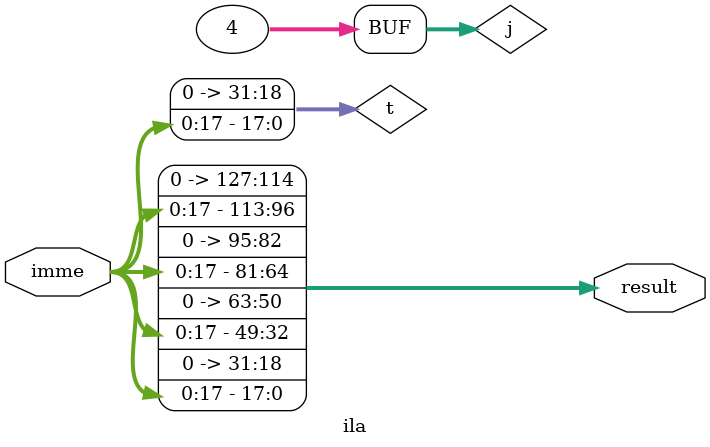
<source format=v>
module ila(
  input [0:17] imme,

  output [0:127] result
);
integer j;
reg [0:31] t;
always @(*) begin
  t = {14'b0, imme};
  for(j = 0 ; j < 4 ; j = j + 1) begin
    result[j*32 +:32] = t;
  end
end
endmodule
</source>
